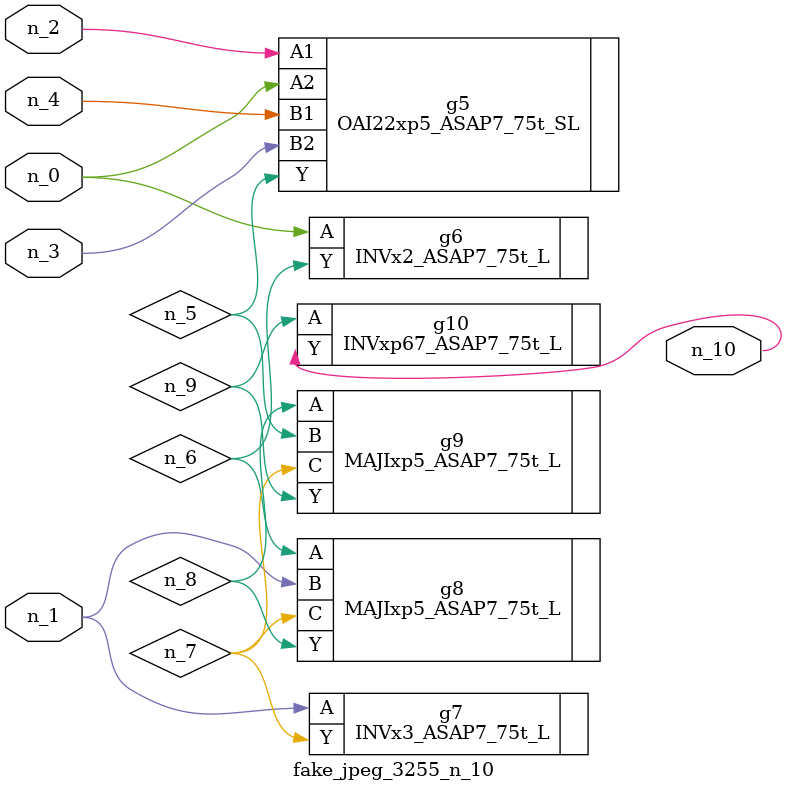
<source format=v>
module fake_jpeg_3255_n_10 (n_3, n_2, n_1, n_0, n_4, n_10);

input n_3;
input n_2;
input n_1;
input n_0;
input n_4;

output n_10;

wire n_8;
wire n_9;
wire n_6;
wire n_5;
wire n_7;

OAI22xp5_ASAP7_75t_SL g5 ( 
.A1(n_2),
.A2(n_0),
.B1(n_4),
.B2(n_3),
.Y(n_5)
);

INVx2_ASAP7_75t_L g6 ( 
.A(n_0),
.Y(n_6)
);

INVx3_ASAP7_75t_L g7 ( 
.A(n_1),
.Y(n_7)
);

MAJIxp5_ASAP7_75t_L g8 ( 
.A(n_6),
.B(n_1),
.C(n_7),
.Y(n_8)
);

MAJIxp5_ASAP7_75t_L g9 ( 
.A(n_8),
.B(n_5),
.C(n_7),
.Y(n_9)
);

INVxp67_ASAP7_75t_L g10 ( 
.A(n_9),
.Y(n_10)
);


endmodule
</source>
